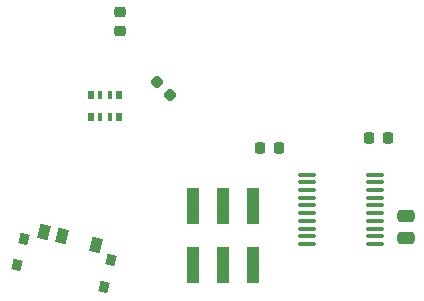
<source format=gbr>
G04 #@! TF.GenerationSoftware,KiCad,Pcbnew,8.0.3*
G04 #@! TF.CreationDate,2024-07-15T14:19:07-05:00*
G04 #@! TF.ProjectId,DumpsterElectroFire,44756d70-7374-4657-9245-6c656374726f,rev?*
G04 #@! TF.SameCoordinates,Original*
G04 #@! TF.FileFunction,Paste,Bot*
G04 #@! TF.FilePolarity,Positive*
%FSLAX46Y46*%
G04 Gerber Fmt 4.6, Leading zero omitted, Abs format (unit mm)*
G04 Created by KiCad (PCBNEW 8.0.3) date 2024-07-15 14:19:07*
%MOMM*%
%LPD*%
G01*
G04 APERTURE LIST*
G04 Aperture macros list*
%AMRoundRect*
0 Rectangle with rounded corners*
0 $1 Rounding radius*
0 $2 $3 $4 $5 $6 $7 $8 $9 X,Y pos of 4 corners*
0 Add a 4 corners polygon primitive as box body*
4,1,4,$2,$3,$4,$5,$6,$7,$8,$9,$2,$3,0*
0 Add four circle primitives for the rounded corners*
1,1,$1+$1,$2,$3*
1,1,$1+$1,$4,$5*
1,1,$1+$1,$6,$7*
1,1,$1+$1,$8,$9*
0 Add four rect primitives between the rounded corners*
20,1,$1+$1,$2,$3,$4,$5,0*
20,1,$1+$1,$4,$5,$6,$7,0*
20,1,$1+$1,$6,$7,$8,$9,0*
20,1,$1+$1,$8,$9,$2,$3,0*%
%AMRotRect*
0 Rectangle, with rotation*
0 The origin of the aperture is its center*
0 $1 length*
0 $2 width*
0 $3 Rotation angle, in degrees counterclockwise*
0 Add horizontal line*
21,1,$1,$2,0,0,$3*%
G04 Aperture macros list end*
%ADD10RoundRect,0.100000X0.637500X0.100000X-0.637500X0.100000X-0.637500X-0.100000X0.637500X-0.100000X0*%
%ADD11RoundRect,0.250000X-0.475000X0.250000X-0.475000X-0.250000X0.475000X-0.250000X0.475000X0.250000X0*%
%ADD12R,1.000000X3.150000*%
%ADD13R,0.500000X0.800000*%
%ADD14R,0.400000X0.800000*%
%ADD15RotRect,0.800000X0.900000X346.000000*%
%ADD16RotRect,0.900000X1.250000X346.000000*%
%ADD17RoundRect,0.218750X-0.256250X0.218750X-0.256250X-0.218750X0.256250X-0.218750X0.256250X0.218750X0*%
%ADD18RoundRect,0.218750X-0.218750X-0.256250X0.218750X-0.256250X0.218750X0.256250X-0.218750X0.256250X0*%
%ADD19RoundRect,0.218750X-0.335876X-0.026517X-0.026517X-0.335876X0.335876X0.026517X0.026517X0.335876X0*%
G04 APERTURE END LIST*
D10*
X157862500Y-112075000D03*
X157862500Y-112725000D03*
X157862500Y-113375000D03*
X157862500Y-114025000D03*
X157862500Y-114675000D03*
X157862500Y-115325000D03*
X157862500Y-115975000D03*
X157862500Y-116625000D03*
X157862500Y-117275000D03*
X157862500Y-117925000D03*
X152137500Y-117925000D03*
X152137500Y-117275000D03*
X152137500Y-116625000D03*
X152137500Y-115975000D03*
X152137500Y-115325000D03*
X152137500Y-114675000D03*
X152137500Y-114025000D03*
X152137500Y-113375000D03*
X152137500Y-112725000D03*
X152137500Y-112075000D03*
D11*
X160500000Y-115550000D03*
X160500000Y-117450000D03*
D12*
X142500000Y-114700000D03*
X142500000Y-119750000D03*
X145040000Y-114700000D03*
X145040000Y-119750000D03*
X147580000Y-114700000D03*
X147580000Y-119750000D03*
D13*
X133800000Y-105350000D03*
D14*
X135400000Y-105350000D03*
X134600000Y-105350000D03*
D13*
X136200000Y-105350000D03*
D14*
X134600000Y-107150000D03*
D13*
X133800000Y-107150000D03*
D14*
X135400000Y-107150000D03*
D13*
X136200000Y-107150000D03*
D15*
X127587417Y-119714091D03*
X134961665Y-121552697D03*
X135527788Y-119323436D03*
X128143837Y-117482411D03*
D16*
X129883670Y-116911351D03*
X131339113Y-117274234D03*
X134250000Y-118000000D03*
D17*
X136250000Y-98325000D03*
X136250000Y-99900000D03*
D18*
X158937500Y-108950000D03*
X157362500Y-108950000D03*
X148150000Y-109850000D03*
X149725000Y-109850000D03*
D19*
X140506847Y-105306847D03*
X139393153Y-104193153D03*
M02*

</source>
